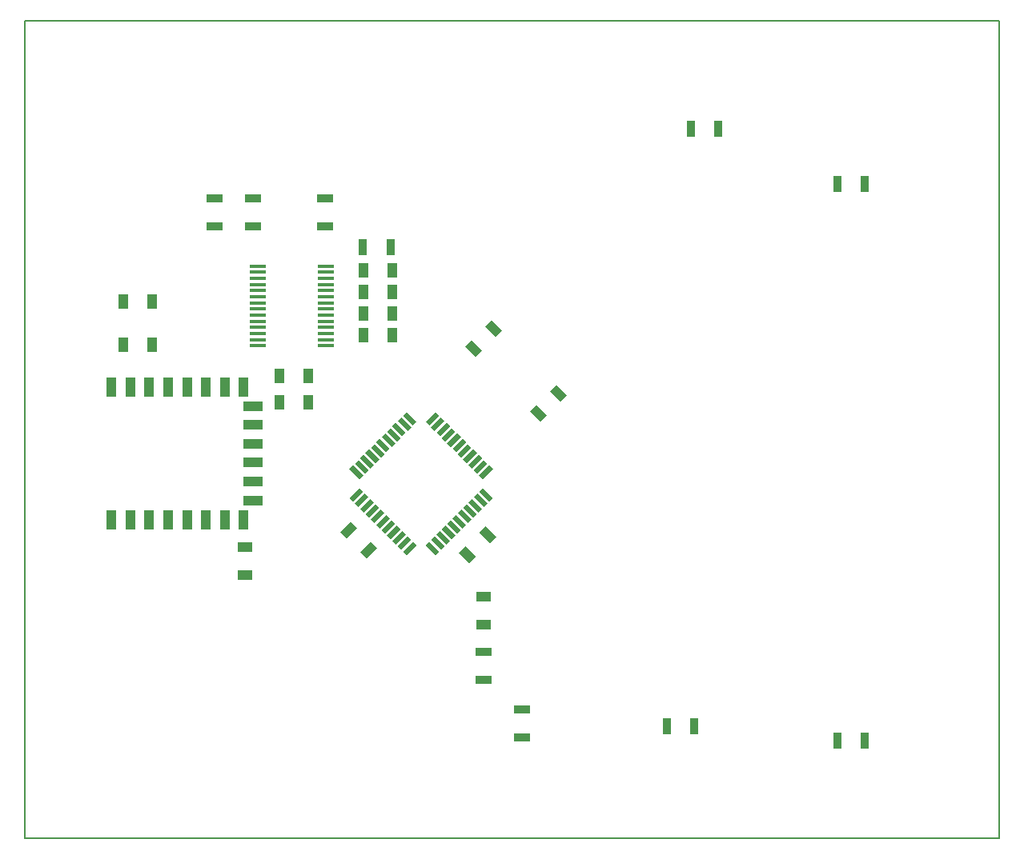
<source format=gtp>
G04 #@! TF.FileFunction,Paste,Top*
%FSLAX46Y46*%
G04 Gerber Fmt 4.6, Leading zero omitted, Abs format (unit mm)*
G04 Created by KiCad (PCBNEW 4.0.7) date 03/03/18 09:37:42*
%MOMM*%
%LPD*%
G01*
G04 APERTURE LIST*
%ADD10C,0.100000*%
%ADD11C,0.150000*%
%ADD12R,1.000000X2.000000*%
%ADD13R,2.000000X1.000000*%
%ADD14R,1.000000X1.600000*%
%ADD15R,1.600000X1.000000*%
%ADD16R,1.700000X0.900000*%
%ADD17R,0.900000X1.700000*%
%ADD18R,1.750000X0.450000*%
G04 APERTURE END LIST*
D10*
D11*
X30000000Y-116500000D02*
X30000000Y-30000000D01*
X133000000Y-116500000D02*
X30000000Y-116500000D01*
X133000000Y-30000000D02*
X133000000Y-116500000D01*
X30000000Y-30000000D02*
X133000000Y-30000000D01*
D12*
X39116000Y-82804000D03*
X41116000Y-82804000D03*
X43116000Y-82804000D03*
X45116000Y-82804000D03*
X47116000Y-82804000D03*
X49116000Y-82804000D03*
X51116000Y-82804000D03*
X53116000Y-82804000D03*
X53116000Y-68804000D03*
X51116000Y-68804000D03*
X49116000Y-68804000D03*
X47116000Y-68804000D03*
X45116000Y-68804000D03*
X43116000Y-68804000D03*
X41116000Y-68804000D03*
X39116000Y-68804000D03*
D13*
X54116000Y-80788000D03*
X54116000Y-78788000D03*
X54116000Y-76788000D03*
X54116000Y-74788000D03*
X54116000Y-72788000D03*
X54116000Y-70788000D03*
D14*
X68810000Y-60960000D03*
X65810000Y-60960000D03*
D10*
G36*
X84495472Y-72464899D02*
X83364101Y-71333528D01*
X84071208Y-70626421D01*
X85202579Y-71757792D01*
X84495472Y-72464899D01*
X84495472Y-72464899D01*
G37*
G36*
X86616792Y-70343579D02*
X85485421Y-69212208D01*
X86192528Y-68505101D01*
X87323899Y-69636472D01*
X86616792Y-70343579D01*
X86616792Y-70343579D01*
G37*
G36*
X77637472Y-65606899D02*
X76506101Y-64475528D01*
X77213208Y-63768421D01*
X78344579Y-64899792D01*
X77637472Y-65606899D01*
X77637472Y-65606899D01*
G37*
G36*
X79758792Y-63485579D02*
X78627421Y-62354208D01*
X79334528Y-61647101D01*
X80465899Y-62778472D01*
X79758792Y-63485579D01*
X79758792Y-63485579D01*
G37*
D14*
X56920000Y-67564000D03*
X59920000Y-67564000D03*
D15*
X78486000Y-93956000D03*
X78486000Y-90956000D03*
D14*
X43410000Y-59690000D03*
X40410000Y-59690000D03*
X43410000Y-64262000D03*
X40410000Y-64262000D03*
X65810000Y-58674000D03*
X68810000Y-58674000D03*
D15*
X53213000Y-88685500D03*
X53213000Y-85685500D03*
D14*
X65810000Y-56388000D03*
X68810000Y-56388000D03*
D10*
G36*
X63298101Y-84114472D02*
X64429472Y-82983101D01*
X65136579Y-83690208D01*
X64005208Y-84821579D01*
X63298101Y-84114472D01*
X63298101Y-84114472D01*
G37*
G36*
X65419421Y-86235792D02*
X66550792Y-85104421D01*
X67257899Y-85811528D01*
X66126528Y-86942899D01*
X65419421Y-86235792D01*
X65419421Y-86235792D01*
G37*
D14*
X65810000Y-63246000D03*
X68810000Y-63246000D03*
X59920000Y-70358000D03*
X56920000Y-70358000D03*
D10*
G36*
X77002472Y-87450899D02*
X75871101Y-86319528D01*
X76578208Y-85612421D01*
X77709579Y-86743792D01*
X77002472Y-87450899D01*
X77002472Y-87450899D01*
G37*
G36*
X79123792Y-85329579D02*
X77992421Y-84198208D01*
X78699528Y-83491101D01*
X79830899Y-84622472D01*
X79123792Y-85329579D01*
X79123792Y-85329579D01*
G37*
D16*
X82550000Y-102944000D03*
X82550000Y-105844000D03*
X78486000Y-99748000D03*
X78486000Y-96848000D03*
D17*
X100404000Y-41402000D03*
X103304000Y-41402000D03*
X115898000Y-47244000D03*
X118798000Y-47244000D03*
X100764000Y-104648000D03*
X97864000Y-104648000D03*
X118798000Y-106172000D03*
X115898000Y-106172000D03*
D16*
X61722000Y-51742000D03*
X61722000Y-48842000D03*
D17*
X68633000Y-53975000D03*
X65733000Y-53975000D03*
D16*
X50038000Y-48842000D03*
X50038000Y-51742000D03*
X54102000Y-48842000D03*
X54102000Y-51742000D03*
D10*
G36*
X79076812Y-77067134D02*
X79465720Y-77456042D01*
X78405060Y-78516702D01*
X78016152Y-78127794D01*
X79076812Y-77067134D01*
X79076812Y-77067134D01*
G37*
G36*
X78511126Y-76501449D02*
X78900034Y-76890357D01*
X77839374Y-77951017D01*
X77450466Y-77562109D01*
X78511126Y-76501449D01*
X78511126Y-76501449D01*
G37*
G36*
X77945441Y-75935764D02*
X78334349Y-76324672D01*
X77273689Y-77385332D01*
X76884781Y-76996424D01*
X77945441Y-75935764D01*
X77945441Y-75935764D01*
G37*
G36*
X77379756Y-75370078D02*
X77768664Y-75758986D01*
X76708004Y-76819646D01*
X76319096Y-76430738D01*
X77379756Y-75370078D01*
X77379756Y-75370078D01*
G37*
G36*
X76814070Y-74804393D02*
X77202978Y-75193301D01*
X76142318Y-76253961D01*
X75753410Y-75865053D01*
X76814070Y-74804393D01*
X76814070Y-74804393D01*
G37*
G36*
X76248385Y-74238707D02*
X76637293Y-74627615D01*
X75576633Y-75688275D01*
X75187725Y-75299367D01*
X76248385Y-74238707D01*
X76248385Y-74238707D01*
G37*
G36*
X75682699Y-73673022D02*
X76071607Y-74061930D01*
X75010947Y-75122590D01*
X74622039Y-74733682D01*
X75682699Y-73673022D01*
X75682699Y-73673022D01*
G37*
G36*
X75117014Y-73107336D02*
X75505922Y-73496244D01*
X74445262Y-74556904D01*
X74056354Y-74167996D01*
X75117014Y-73107336D01*
X75117014Y-73107336D01*
G37*
G36*
X74551328Y-72541651D02*
X74940236Y-72930559D01*
X73879576Y-73991219D01*
X73490668Y-73602311D01*
X74551328Y-72541651D01*
X74551328Y-72541651D01*
G37*
G36*
X73985643Y-71975966D02*
X74374551Y-72364874D01*
X73313891Y-73425534D01*
X72924983Y-73036626D01*
X73985643Y-71975966D01*
X73985643Y-71975966D01*
G37*
G36*
X73419958Y-71410280D02*
X73808866Y-71799188D01*
X72748206Y-72859848D01*
X72359298Y-72470940D01*
X73419958Y-71410280D01*
X73419958Y-71410280D01*
G37*
G36*
X69955134Y-71799188D02*
X70344042Y-71410280D01*
X71404702Y-72470940D01*
X71015794Y-72859848D01*
X69955134Y-71799188D01*
X69955134Y-71799188D01*
G37*
G36*
X69389449Y-72364874D02*
X69778357Y-71975966D01*
X70839017Y-73036626D01*
X70450109Y-73425534D01*
X69389449Y-72364874D01*
X69389449Y-72364874D01*
G37*
G36*
X68823764Y-72930559D02*
X69212672Y-72541651D01*
X70273332Y-73602311D01*
X69884424Y-73991219D01*
X68823764Y-72930559D01*
X68823764Y-72930559D01*
G37*
G36*
X68258078Y-73496244D02*
X68646986Y-73107336D01*
X69707646Y-74167996D01*
X69318738Y-74556904D01*
X68258078Y-73496244D01*
X68258078Y-73496244D01*
G37*
G36*
X67692393Y-74061930D02*
X68081301Y-73673022D01*
X69141961Y-74733682D01*
X68753053Y-75122590D01*
X67692393Y-74061930D01*
X67692393Y-74061930D01*
G37*
G36*
X67126707Y-74627615D02*
X67515615Y-74238707D01*
X68576275Y-75299367D01*
X68187367Y-75688275D01*
X67126707Y-74627615D01*
X67126707Y-74627615D01*
G37*
G36*
X66561022Y-75193301D02*
X66949930Y-74804393D01*
X68010590Y-75865053D01*
X67621682Y-76253961D01*
X66561022Y-75193301D01*
X66561022Y-75193301D01*
G37*
G36*
X65995336Y-75758986D02*
X66384244Y-75370078D01*
X67444904Y-76430738D01*
X67055996Y-76819646D01*
X65995336Y-75758986D01*
X65995336Y-75758986D01*
G37*
G36*
X65429651Y-76324672D02*
X65818559Y-75935764D01*
X66879219Y-76996424D01*
X66490311Y-77385332D01*
X65429651Y-76324672D01*
X65429651Y-76324672D01*
G37*
G36*
X64863966Y-76890357D02*
X65252874Y-76501449D01*
X66313534Y-77562109D01*
X65924626Y-77951017D01*
X64863966Y-76890357D01*
X64863966Y-76890357D01*
G37*
G36*
X64298280Y-77456042D02*
X64687188Y-77067134D01*
X65747848Y-78127794D01*
X65358940Y-78516702D01*
X64298280Y-77456042D01*
X64298280Y-77456042D01*
G37*
G36*
X65358940Y-79471298D02*
X65747848Y-79860206D01*
X64687188Y-80920866D01*
X64298280Y-80531958D01*
X65358940Y-79471298D01*
X65358940Y-79471298D01*
G37*
G36*
X65924626Y-80036983D02*
X66313534Y-80425891D01*
X65252874Y-81486551D01*
X64863966Y-81097643D01*
X65924626Y-80036983D01*
X65924626Y-80036983D01*
G37*
G36*
X66490311Y-80602668D02*
X66879219Y-80991576D01*
X65818559Y-82052236D01*
X65429651Y-81663328D01*
X66490311Y-80602668D01*
X66490311Y-80602668D01*
G37*
G36*
X67055996Y-81168354D02*
X67444904Y-81557262D01*
X66384244Y-82617922D01*
X65995336Y-82229014D01*
X67055996Y-81168354D01*
X67055996Y-81168354D01*
G37*
G36*
X67621682Y-81734039D02*
X68010590Y-82122947D01*
X66949930Y-83183607D01*
X66561022Y-82794699D01*
X67621682Y-81734039D01*
X67621682Y-81734039D01*
G37*
G36*
X68187367Y-82299725D02*
X68576275Y-82688633D01*
X67515615Y-83749293D01*
X67126707Y-83360385D01*
X68187367Y-82299725D01*
X68187367Y-82299725D01*
G37*
G36*
X68753053Y-82865410D02*
X69141961Y-83254318D01*
X68081301Y-84314978D01*
X67692393Y-83926070D01*
X68753053Y-82865410D01*
X68753053Y-82865410D01*
G37*
G36*
X69318738Y-83431096D02*
X69707646Y-83820004D01*
X68646986Y-84880664D01*
X68258078Y-84491756D01*
X69318738Y-83431096D01*
X69318738Y-83431096D01*
G37*
G36*
X69884424Y-83996781D02*
X70273332Y-84385689D01*
X69212672Y-85446349D01*
X68823764Y-85057441D01*
X69884424Y-83996781D01*
X69884424Y-83996781D01*
G37*
G36*
X70450109Y-84562466D02*
X70839017Y-84951374D01*
X69778357Y-86012034D01*
X69389449Y-85623126D01*
X70450109Y-84562466D01*
X70450109Y-84562466D01*
G37*
G36*
X71015794Y-85128152D02*
X71404702Y-85517060D01*
X70344042Y-86577720D01*
X69955134Y-86188812D01*
X71015794Y-85128152D01*
X71015794Y-85128152D01*
G37*
G36*
X72359298Y-85517060D02*
X72748206Y-85128152D01*
X73808866Y-86188812D01*
X73419958Y-86577720D01*
X72359298Y-85517060D01*
X72359298Y-85517060D01*
G37*
G36*
X72924983Y-84951374D02*
X73313891Y-84562466D01*
X74374551Y-85623126D01*
X73985643Y-86012034D01*
X72924983Y-84951374D01*
X72924983Y-84951374D01*
G37*
G36*
X73490668Y-84385689D02*
X73879576Y-83996781D01*
X74940236Y-85057441D01*
X74551328Y-85446349D01*
X73490668Y-84385689D01*
X73490668Y-84385689D01*
G37*
G36*
X74056354Y-83820004D02*
X74445262Y-83431096D01*
X75505922Y-84491756D01*
X75117014Y-84880664D01*
X74056354Y-83820004D01*
X74056354Y-83820004D01*
G37*
G36*
X74622039Y-83254318D02*
X75010947Y-82865410D01*
X76071607Y-83926070D01*
X75682699Y-84314978D01*
X74622039Y-83254318D01*
X74622039Y-83254318D01*
G37*
G36*
X75187725Y-82688633D02*
X75576633Y-82299725D01*
X76637293Y-83360385D01*
X76248385Y-83749293D01*
X75187725Y-82688633D01*
X75187725Y-82688633D01*
G37*
G36*
X75753410Y-82122947D02*
X76142318Y-81734039D01*
X77202978Y-82794699D01*
X76814070Y-83183607D01*
X75753410Y-82122947D01*
X75753410Y-82122947D01*
G37*
G36*
X76319096Y-81557262D02*
X76708004Y-81168354D01*
X77768664Y-82229014D01*
X77379756Y-82617922D01*
X76319096Y-81557262D01*
X76319096Y-81557262D01*
G37*
G36*
X76884781Y-80991576D02*
X77273689Y-80602668D01*
X78334349Y-81663328D01*
X77945441Y-82052236D01*
X76884781Y-80991576D01*
X76884781Y-80991576D01*
G37*
G36*
X77450466Y-80425891D02*
X77839374Y-80036983D01*
X78900034Y-81097643D01*
X78511126Y-81486551D01*
X77450466Y-80425891D01*
X77450466Y-80425891D01*
G37*
G36*
X78016152Y-79860206D02*
X78405060Y-79471298D01*
X79465720Y-80531958D01*
X79076812Y-80920866D01*
X78016152Y-79860206D01*
X78016152Y-79860206D01*
G37*
D18*
X61766000Y-64423000D03*
X61766000Y-63773000D03*
X61766000Y-63123000D03*
X61766000Y-62473000D03*
X61766000Y-61823000D03*
X61766000Y-61173000D03*
X61766000Y-60523000D03*
X61766000Y-59873000D03*
X61766000Y-59223000D03*
X61766000Y-58573000D03*
X61766000Y-57923000D03*
X61766000Y-57273000D03*
X61766000Y-56623000D03*
X61766000Y-55973000D03*
X54566000Y-55973000D03*
X54566000Y-56623000D03*
X54566000Y-57273000D03*
X54566000Y-57923000D03*
X54566000Y-58573000D03*
X54566000Y-59223000D03*
X54566000Y-59873000D03*
X54566000Y-60523000D03*
X54566000Y-61173000D03*
X54566000Y-61823000D03*
X54566000Y-62473000D03*
X54566000Y-63123000D03*
X54566000Y-63773000D03*
X54566000Y-64423000D03*
M02*

</source>
